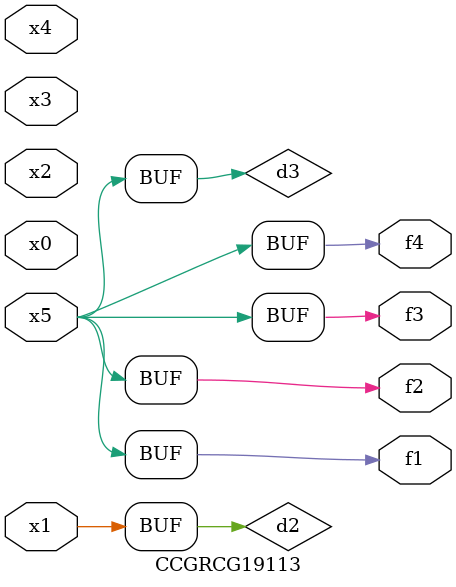
<source format=v>
module CCGRCG19113(
	input x0, x1, x2, x3, x4, x5,
	output f1, f2, f3, f4
);

	wire d1, d2, d3;

	not (d1, x5);
	or (d2, x1);
	xnor (d3, d1);
	assign f1 = d3;
	assign f2 = d3;
	assign f3 = d3;
	assign f4 = d3;
endmodule

</source>
